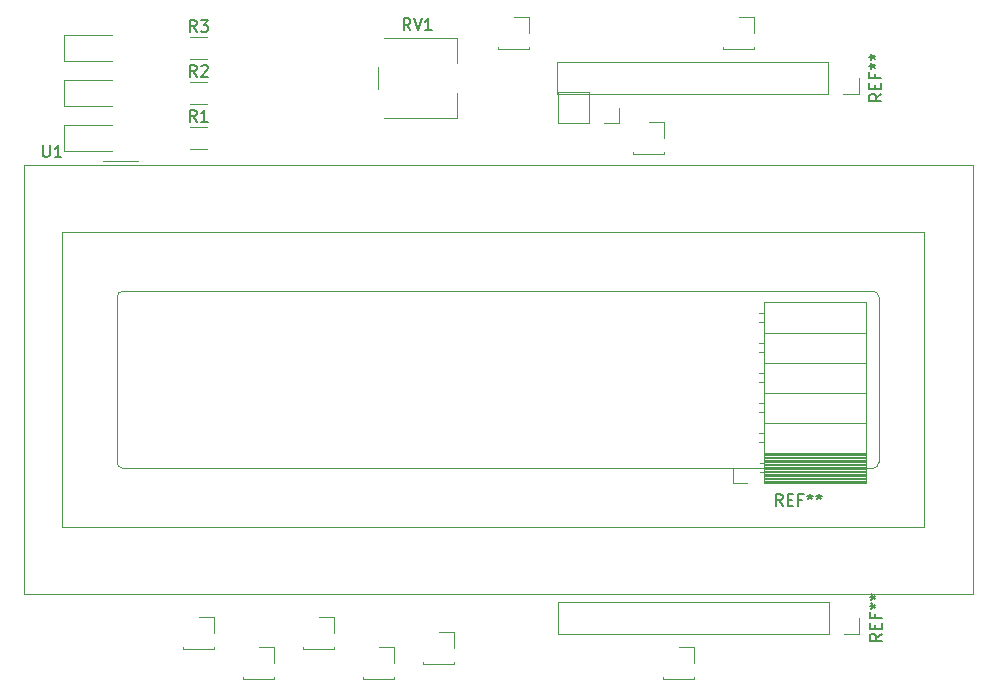
<source format=gbr>
%TF.GenerationSoftware,KiCad,Pcbnew,(6.0.4-0)*%
%TF.CreationDate,2022-04-21T19:16:39-04:00*%
%TF.ProjectId,msp_stuff,6d73705f-7374-4756-9666-2e6b69636164,rev?*%
%TF.SameCoordinates,Original*%
%TF.FileFunction,Legend,Top*%
%TF.FilePolarity,Positive*%
%FSLAX46Y46*%
G04 Gerber Fmt 4.6, Leading zero omitted, Abs format (unit mm)*
G04 Created by KiCad (PCBNEW (6.0.4-0)) date 2022-04-21 19:16:39*
%MOMM*%
%LPD*%
G01*
G04 APERTURE LIST*
%ADD10C,0.150000*%
%ADD11C,0.120000*%
G04 APERTURE END LIST*
D10*
%TO.C,REF\u002A\u002A*%
X156862380Y-101663333D02*
X156386190Y-101996666D01*
X156862380Y-102234761D02*
X155862380Y-102234761D01*
X155862380Y-101853809D01*
X155910000Y-101758571D01*
X155957619Y-101710952D01*
X156052857Y-101663333D01*
X156195714Y-101663333D01*
X156290952Y-101710952D01*
X156338571Y-101758571D01*
X156386190Y-101853809D01*
X156386190Y-102234761D01*
X156338571Y-101234761D02*
X156338571Y-100901428D01*
X156862380Y-100758571D02*
X156862380Y-101234761D01*
X155862380Y-101234761D01*
X155862380Y-100758571D01*
X156338571Y-99996666D02*
X156338571Y-100330000D01*
X156862380Y-100330000D02*
X155862380Y-100330000D01*
X155862380Y-99853809D01*
X155862380Y-99330000D02*
X156100476Y-99330000D01*
X156005238Y-99568095D02*
X156100476Y-99330000D01*
X156005238Y-99091904D01*
X156290952Y-99472857D02*
X156100476Y-99330000D01*
X156290952Y-99187142D01*
X155862380Y-98568095D02*
X156100476Y-98568095D01*
X156005238Y-98806190D02*
X156100476Y-98568095D01*
X156005238Y-98330000D01*
X156290952Y-98710952D02*
X156100476Y-98568095D01*
X156290952Y-98425238D01*
X156892380Y-147383333D02*
X156416190Y-147716666D01*
X156892380Y-147954761D02*
X155892380Y-147954761D01*
X155892380Y-147573809D01*
X155940000Y-147478571D01*
X155987619Y-147430952D01*
X156082857Y-147383333D01*
X156225714Y-147383333D01*
X156320952Y-147430952D01*
X156368571Y-147478571D01*
X156416190Y-147573809D01*
X156416190Y-147954761D01*
X156368571Y-146954761D02*
X156368571Y-146621428D01*
X156892380Y-146478571D02*
X156892380Y-146954761D01*
X155892380Y-146954761D01*
X155892380Y-146478571D01*
X156368571Y-145716666D02*
X156368571Y-146050000D01*
X156892380Y-146050000D02*
X155892380Y-146050000D01*
X155892380Y-145573809D01*
X155892380Y-145050000D02*
X156130476Y-145050000D01*
X156035238Y-145288095D02*
X156130476Y-145050000D01*
X156035238Y-144811904D01*
X156320952Y-145192857D02*
X156130476Y-145050000D01*
X156320952Y-144907142D01*
X155892380Y-144288095D02*
X156130476Y-144288095D01*
X156035238Y-144526190D02*
X156130476Y-144288095D01*
X156035238Y-144050000D01*
X156320952Y-144430952D02*
X156130476Y-144288095D01*
X156320952Y-144145238D01*
X148506666Y-136547380D02*
X148173333Y-136071190D01*
X147935238Y-136547380D02*
X147935238Y-135547380D01*
X148316190Y-135547380D01*
X148411428Y-135595000D01*
X148459047Y-135642619D01*
X148506666Y-135737857D01*
X148506666Y-135880714D01*
X148459047Y-135975952D01*
X148411428Y-136023571D01*
X148316190Y-136071190D01*
X147935238Y-136071190D01*
X148935238Y-136023571D02*
X149268571Y-136023571D01*
X149411428Y-136547380D02*
X148935238Y-136547380D01*
X148935238Y-135547380D01*
X149411428Y-135547380D01*
X150173333Y-136023571D02*
X149840000Y-136023571D01*
X149840000Y-136547380D02*
X149840000Y-135547380D01*
X150316190Y-135547380D01*
X150840000Y-135547380D02*
X150840000Y-135785476D01*
X150601904Y-135690238D02*
X150840000Y-135785476D01*
X151078095Y-135690238D01*
X150697142Y-135975952D02*
X150840000Y-135785476D01*
X150982857Y-135975952D01*
X151601904Y-135547380D02*
X151601904Y-135785476D01*
X151363809Y-135690238D02*
X151601904Y-135785476D01*
X151840000Y-135690238D01*
X151459047Y-135975952D02*
X151601904Y-135785476D01*
X151744761Y-135975952D01*
%TO.C,R2*%
X98893333Y-100232380D02*
X98560000Y-99756190D01*
X98321904Y-100232380D02*
X98321904Y-99232380D01*
X98702857Y-99232380D01*
X98798095Y-99280000D01*
X98845714Y-99327619D01*
X98893333Y-99422857D01*
X98893333Y-99565714D01*
X98845714Y-99660952D01*
X98798095Y-99708571D01*
X98702857Y-99756190D01*
X98321904Y-99756190D01*
X99274285Y-99327619D02*
X99321904Y-99280000D01*
X99417142Y-99232380D01*
X99655238Y-99232380D01*
X99750476Y-99280000D01*
X99798095Y-99327619D01*
X99845714Y-99422857D01*
X99845714Y-99518095D01*
X99798095Y-99660952D01*
X99226666Y-100232380D01*
X99845714Y-100232380D01*
%TO.C,U1*%
X85878095Y-106014880D02*
X85878095Y-106824404D01*
X85925714Y-106919642D01*
X85973333Y-106967261D01*
X86068571Y-107014880D01*
X86259047Y-107014880D01*
X86354285Y-106967261D01*
X86401904Y-106919642D01*
X86449523Y-106824404D01*
X86449523Y-106014880D01*
X87449523Y-107014880D02*
X86878095Y-107014880D01*
X87163809Y-107014880D02*
X87163809Y-106014880D01*
X87068571Y-106157738D01*
X86973333Y-106252976D01*
X86878095Y-106300595D01*
%TO.C,RV1*%
X116999761Y-96282380D02*
X116666428Y-95806190D01*
X116428333Y-96282380D02*
X116428333Y-95282380D01*
X116809285Y-95282380D01*
X116904523Y-95330000D01*
X116952142Y-95377619D01*
X116999761Y-95472857D01*
X116999761Y-95615714D01*
X116952142Y-95710952D01*
X116904523Y-95758571D01*
X116809285Y-95806190D01*
X116428333Y-95806190D01*
X117285476Y-95282380D02*
X117618809Y-96282380D01*
X117952142Y-95282380D01*
X118809285Y-96282380D02*
X118237857Y-96282380D01*
X118523571Y-96282380D02*
X118523571Y-95282380D01*
X118428333Y-95425238D01*
X118333095Y-95520476D01*
X118237857Y-95568095D01*
%TO.C,R1*%
X98893333Y-104042380D02*
X98560000Y-103566190D01*
X98321904Y-104042380D02*
X98321904Y-103042380D01*
X98702857Y-103042380D01*
X98798095Y-103090000D01*
X98845714Y-103137619D01*
X98893333Y-103232857D01*
X98893333Y-103375714D01*
X98845714Y-103470952D01*
X98798095Y-103518571D01*
X98702857Y-103566190D01*
X98321904Y-103566190D01*
X99845714Y-104042380D02*
X99274285Y-104042380D01*
X99560000Y-104042380D02*
X99560000Y-103042380D01*
X99464761Y-103185238D01*
X99369523Y-103280476D01*
X99274285Y-103328095D01*
%TO.C,R3*%
X98893333Y-96422380D02*
X98560000Y-95946190D01*
X98321904Y-96422380D02*
X98321904Y-95422380D01*
X98702857Y-95422380D01*
X98798095Y-95470000D01*
X98845714Y-95517619D01*
X98893333Y-95612857D01*
X98893333Y-95755714D01*
X98845714Y-95850952D01*
X98798095Y-95898571D01*
X98702857Y-95946190D01*
X98321904Y-95946190D01*
X99226666Y-95422380D02*
X99845714Y-95422380D01*
X99512380Y-95803333D01*
X99655238Y-95803333D01*
X99750476Y-95850952D01*
X99798095Y-95898571D01*
X99845714Y-95993809D01*
X99845714Y-96231904D01*
X99798095Y-96327142D01*
X99750476Y-96374761D01*
X99655238Y-96422380D01*
X99369523Y-96422380D01*
X99274285Y-96374761D01*
X99226666Y-96327142D01*
D11*
%TO.C,REF\u002A\u002A*%
X154970000Y-100330000D02*
X154970000Y-101660000D01*
X154970000Y-101660000D02*
X153640000Y-101660000D01*
X152370000Y-101660000D02*
X129450000Y-101660000D01*
X152370000Y-99000000D02*
X152370000Y-101660000D01*
X129450000Y-99000000D02*
X129450000Y-101660000D01*
X152370000Y-99000000D02*
X129450000Y-99000000D01*
X112970000Y-151070000D02*
X112970000Y-151190000D01*
X115630000Y-148530000D02*
X115630000Y-149860000D01*
X115630000Y-151070000D02*
X115630000Y-151190000D01*
X114300000Y-148530000D02*
X115630000Y-148530000D01*
X112970000Y-151190000D02*
X115630000Y-151190000D01*
X152400000Y-144720000D02*
X129480000Y-144720000D01*
X152400000Y-147380000D02*
X129480000Y-147380000D01*
X155000000Y-147380000D02*
X153670000Y-147380000D01*
X155000000Y-146050000D02*
X155000000Y-147380000D01*
X129480000Y-144720000D02*
X129480000Y-147380000D01*
X152400000Y-144720000D02*
X152400000Y-147380000D01*
%TO.C,D3*%
X91770000Y-96655000D02*
X87710000Y-96655000D01*
X87710000Y-96655000D02*
X87710000Y-98925000D01*
X87710000Y-98925000D02*
X91770000Y-98925000D01*
%TO.C,REF\u002A\u002A*%
X146920000Y-132965000D02*
X146570000Y-132965000D01*
X155550000Y-133590240D02*
X146920000Y-133590240D01*
X146920000Y-131145000D02*
X146510000Y-131145000D01*
X146920000Y-134655000D02*
X146920000Y-119295000D01*
X155550000Y-132291195D02*
X146920000Y-132291195D01*
X155550000Y-132055000D02*
X146920000Y-132055000D01*
X155550000Y-132409290D02*
X146920000Y-132409290D01*
X146920000Y-133685000D02*
X146570000Y-133685000D01*
X146920000Y-126065000D02*
X146510000Y-126065000D01*
X155550000Y-132645480D02*
X146920000Y-132645480D01*
X155550000Y-126975000D02*
X146920000Y-126975000D01*
X155550000Y-134535000D02*
X146920000Y-134535000D01*
X155550000Y-129515000D02*
X146920000Y-129515000D01*
X155550000Y-134416905D02*
X146920000Y-134416905D01*
X155550000Y-134655000D02*
X146920000Y-134655000D01*
X155550000Y-133472145D02*
X146920000Y-133472145D01*
X146920000Y-120985000D02*
X146510000Y-120985000D01*
X146920000Y-120265000D02*
X146510000Y-120265000D01*
X155550000Y-133117860D02*
X146920000Y-133117860D01*
X145460000Y-134655000D02*
X144350000Y-134655000D01*
X146920000Y-130425000D02*
X146510000Y-130425000D01*
X155550000Y-132999765D02*
X146920000Y-132999765D01*
X155550000Y-133354050D02*
X146920000Y-133354050D01*
X155550000Y-121895000D02*
X146920000Y-121895000D01*
X146920000Y-122805000D02*
X146510000Y-122805000D01*
X144350000Y-134655000D02*
X144350000Y-133325000D01*
X155550000Y-134062620D02*
X146920000Y-134062620D01*
X155550000Y-119295000D02*
X146920000Y-119295000D01*
X146920000Y-127885000D02*
X146510000Y-127885000D01*
X155550000Y-124435000D02*
X146920000Y-124435000D01*
X155550000Y-132763575D02*
X146920000Y-132763575D01*
X155550000Y-133235955D02*
X146920000Y-133235955D01*
X155550000Y-133826430D02*
X146920000Y-133826430D01*
X155550000Y-133708335D02*
X146920000Y-133708335D01*
X146920000Y-128605000D02*
X146510000Y-128605000D01*
X155550000Y-134655000D02*
X155550000Y-119295000D01*
X155550000Y-134298810D02*
X146920000Y-134298810D01*
X155550000Y-133944525D02*
X146920000Y-133944525D01*
X155550000Y-132881670D02*
X146920000Y-132881670D01*
X155550000Y-132527385D02*
X146920000Y-132527385D01*
X155550000Y-132173100D02*
X146920000Y-132173100D01*
X146920000Y-125345000D02*
X146510000Y-125345000D01*
X146920000Y-123525000D02*
X146510000Y-123525000D01*
X155550000Y-134180715D02*
X146920000Y-134180715D01*
%TO.C,R2*%
X98332936Y-102510000D02*
X99787064Y-102510000D01*
X98332936Y-100690000D02*
X99787064Y-100690000D01*
%TO.C,U1*%
X156160660Y-133372500D02*
X92660000Y-133372500D01*
X160460000Y-138372500D02*
X87460000Y-138372500D01*
X87460000Y-138372500D02*
X87460000Y-113372500D01*
X164600000Y-107732500D02*
X85120000Y-107732500D01*
X90960000Y-107372500D02*
X93960000Y-107372500D01*
X84320000Y-107732500D02*
X84320000Y-144012500D01*
X156660000Y-118872500D02*
X156660000Y-132872500D01*
X92660000Y-118372500D02*
X156160000Y-118372500D01*
X84330000Y-107732500D02*
X85120000Y-107732500D01*
X87460000Y-113372500D02*
X160460000Y-113372500D01*
X160460000Y-113372500D02*
X160460000Y-138372500D01*
X164600000Y-144012500D02*
X164600000Y-107732500D01*
X84320000Y-144012500D02*
X164600000Y-144012500D01*
X92160280Y-132871820D02*
X92160280Y-118872500D01*
X156660000Y-118872500D02*
G75*
G03*
X156160000Y-118372500I-500000J0D01*
G01*
X156160660Y-133372140D02*
G75*
G03*
X156661040Y-132871820I40J500340D01*
G01*
X92160280Y-132871820D02*
G75*
G03*
X92660660Y-133372200I500380J0D01*
G01*
X92660660Y-118370960D02*
G75*
G03*
X92160280Y-118871340I0J-500380D01*
G01*
%TO.C,REF\u002A\u002A*%
X124400000Y-97730000D02*
X124400000Y-97850000D01*
X125730000Y-95190000D02*
X127060000Y-95190000D01*
X127060000Y-95190000D02*
X127060000Y-96520000D01*
X124400000Y-97850000D02*
X127060000Y-97850000D01*
X127060000Y-97730000D02*
X127060000Y-97850000D01*
%TO.C,RV1*%
X120965000Y-96959000D02*
X120965000Y-99090000D01*
X114761000Y-103700000D02*
X120965000Y-103700000D01*
X114761000Y-96959000D02*
X120965000Y-96959000D01*
X120965000Y-101570000D02*
X120965000Y-103700000D01*
X114225000Y-99421000D02*
X114225000Y-101240000D01*
%TO.C,REF\u002A\u002A*%
X143450000Y-97730000D02*
X143450000Y-97850000D01*
X144780000Y-95190000D02*
X146110000Y-95190000D01*
X143450000Y-97850000D02*
X146110000Y-97850000D01*
X146110000Y-97730000D02*
X146110000Y-97850000D01*
X146110000Y-95190000D02*
X146110000Y-96520000D01*
X129480000Y-101515000D02*
X129480000Y-104175000D01*
X134680000Y-104175000D02*
X133350000Y-104175000D01*
X132080000Y-101515000D02*
X132080000Y-104175000D01*
X134680000Y-102845000D02*
X134680000Y-104175000D01*
X132080000Y-101515000D02*
X129480000Y-101515000D01*
X132080000Y-104175000D02*
X129480000Y-104175000D01*
%TO.C,R1*%
X98332936Y-106320000D02*
X99787064Y-106320000D01*
X98332936Y-104500000D02*
X99787064Y-104500000D01*
%TO.C,REF\u002A\u002A*%
X107890000Y-148650000D02*
X110550000Y-148650000D01*
X110550000Y-148530000D02*
X110550000Y-148650000D01*
X107890000Y-148530000D02*
X107890000Y-148650000D01*
X109220000Y-145990000D02*
X110550000Y-145990000D01*
X110550000Y-145990000D02*
X110550000Y-147320000D01*
X104140000Y-148530000D02*
X105470000Y-148530000D01*
X102810000Y-151070000D02*
X102810000Y-151190000D01*
X105470000Y-148530000D02*
X105470000Y-149860000D01*
X102810000Y-151190000D02*
X105470000Y-151190000D01*
X105470000Y-151070000D02*
X105470000Y-151190000D01*
%TO.C,D1*%
X87710000Y-106545000D02*
X91770000Y-106545000D01*
X87710000Y-104275000D02*
X87710000Y-106545000D01*
X91770000Y-104275000D02*
X87710000Y-104275000D01*
%TO.C,REF\u002A\u002A*%
X118050000Y-149800000D02*
X118050000Y-149920000D01*
X118050000Y-149920000D02*
X120710000Y-149920000D01*
X120710000Y-147260000D02*
X120710000Y-148590000D01*
X120710000Y-149800000D02*
X120710000Y-149920000D01*
X119380000Y-147260000D02*
X120710000Y-147260000D01*
X100390000Y-145990000D02*
X100390000Y-147320000D01*
X100390000Y-148530000D02*
X100390000Y-148650000D01*
X97730000Y-148530000D02*
X97730000Y-148650000D01*
X97730000Y-148650000D02*
X100390000Y-148650000D01*
X99060000Y-145990000D02*
X100390000Y-145990000D01*
X138370000Y-151070000D02*
X138370000Y-151190000D01*
X139700000Y-148530000D02*
X141030000Y-148530000D01*
X141030000Y-148530000D02*
X141030000Y-149860000D01*
X141030000Y-151070000D02*
X141030000Y-151190000D01*
X138370000Y-151190000D02*
X141030000Y-151190000D01*
X138490000Y-104080000D02*
X138490000Y-105410000D01*
X135830000Y-106620000D02*
X135830000Y-106740000D01*
X135830000Y-106740000D02*
X138490000Y-106740000D01*
X137160000Y-104080000D02*
X138490000Y-104080000D01*
X138490000Y-106620000D02*
X138490000Y-106740000D01*
%TO.C,R3*%
X98332936Y-96880000D02*
X99787064Y-96880000D01*
X98332936Y-98700000D02*
X99787064Y-98700000D01*
%TO.C,D2*%
X91770000Y-100465000D02*
X87710000Y-100465000D01*
X87710000Y-102735000D02*
X91770000Y-102735000D01*
X87710000Y-100465000D02*
X87710000Y-102735000D01*
%TD*%
M02*

</source>
